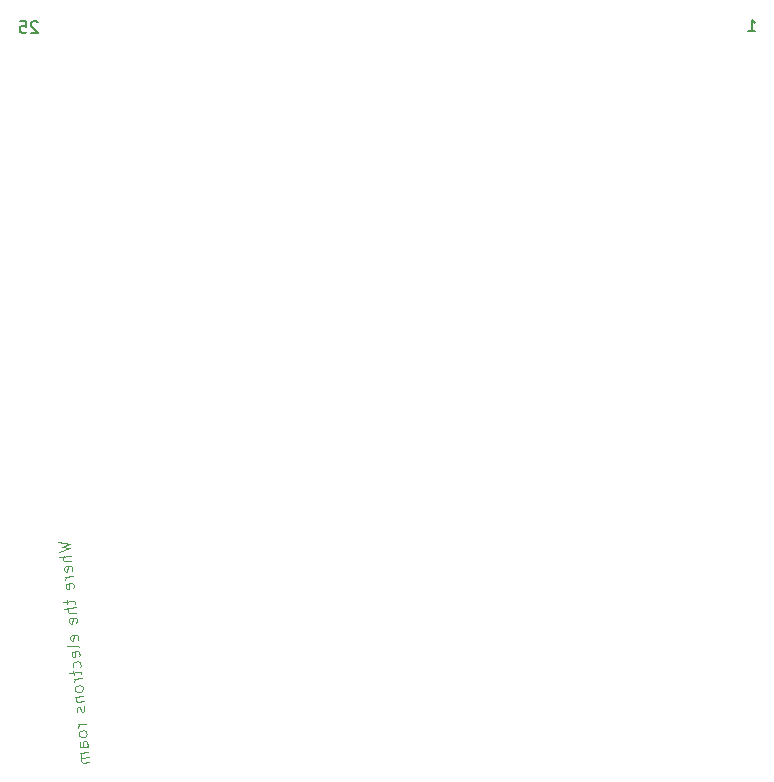
<source format=gbr>
%TF.GenerationSoftware,KiCad,Pcbnew,(7.0.0)*%
%TF.CreationDate,2023-08-05T12:50:32+01:00*%
%TF.ProjectId,DataIOTest,44617461-494f-4546-9573-742e6b696361,rev?*%
%TF.SameCoordinates,Original*%
%TF.FileFunction,Legend,Bot*%
%TF.FilePolarity,Positive*%
%FSLAX46Y46*%
G04 Gerber Fmt 4.6, Leading zero omitted, Abs format (unit mm)*
G04 Created by KiCad (PCBNEW (7.0.0)) date 2023-08-05 12:50:32*
%MOMM*%
%LPD*%
G01*
G04 APERTURE LIST*
%ADD10C,0.100000*%
%ADD11C,0.200000*%
G04 APERTURE END LIST*
D10*
X98368373Y-109896466D02*
X99385319Y-110046500D01*
X99385319Y-110046500D02*
X98690353Y-110298505D01*
X98690353Y-110298505D02*
X99418522Y-110426002D01*
X99418522Y-110426002D02*
X98443078Y-110750347D01*
X99472475Y-111042694D02*
X98476280Y-111129850D01*
X99509828Y-111469635D02*
X98988011Y-111515288D01*
X98988011Y-111515288D02*
X98888985Y-111476150D01*
X98888985Y-111476150D02*
X98833247Y-111385425D01*
X98833247Y-111385425D02*
X98820796Y-111243111D01*
X98820796Y-111243111D02*
X98859933Y-111144086D01*
X98859933Y-111144086D02*
X98903221Y-111092497D01*
X99537095Y-112327666D02*
X99576232Y-112228640D01*
X99576232Y-112228640D02*
X99559631Y-112038889D01*
X99559631Y-112038889D02*
X99503893Y-111948163D01*
X99503893Y-111948163D02*
X99404867Y-111909026D01*
X99404867Y-111909026D02*
X99025364Y-111942228D01*
X99025364Y-111942228D02*
X98934638Y-111997967D01*
X98934638Y-111997967D02*
X98895501Y-112096993D01*
X98895501Y-112096993D02*
X98912102Y-112286744D01*
X98912102Y-112286744D02*
X98967841Y-112377470D01*
X98967841Y-112377470D02*
X99066867Y-112416607D01*
X99066867Y-112416607D02*
X99161742Y-112408306D01*
X99161742Y-112408306D02*
X99215115Y-111925627D01*
X99626035Y-112797895D02*
X98961905Y-112855998D01*
X99151657Y-112839397D02*
X99060931Y-112895136D01*
X99060931Y-112895136D02*
X99017644Y-112946724D01*
X99017644Y-112946724D02*
X98978507Y-113045750D01*
X98978507Y-113045750D02*
X98986807Y-113140625D01*
X99665753Y-113798240D02*
X99704891Y-113699214D01*
X99704891Y-113699214D02*
X99688289Y-113509463D01*
X99688289Y-113509463D02*
X99632551Y-113418737D01*
X99632551Y-113418737D02*
X99533525Y-113379600D01*
X99533525Y-113379600D02*
X99154022Y-113412802D01*
X99154022Y-113412802D02*
X99063297Y-113468540D01*
X99063297Y-113468540D02*
X99024160Y-113567566D01*
X99024160Y-113567566D02*
X99040761Y-113757318D01*
X99040761Y-113757318D02*
X99096499Y-113848043D01*
X99096499Y-113848043D02*
X99195525Y-113887180D01*
X99195525Y-113887180D02*
X99290401Y-113878880D01*
X99290401Y-113878880D02*
X99343774Y-113396201D01*
X99130407Y-114781975D02*
X99163609Y-115161478D01*
X98810793Y-114953341D02*
X99664674Y-114878636D01*
X99664674Y-114878636D02*
X99763700Y-114917773D01*
X99763700Y-114917773D02*
X99819438Y-115008499D01*
X99819438Y-115008499D02*
X99827739Y-115103374D01*
X99856791Y-115435440D02*
X98860596Y-115522595D01*
X99894143Y-115862380D02*
X99372327Y-115908033D01*
X99372327Y-115908033D02*
X99273301Y-115868896D01*
X99273301Y-115868896D02*
X99217562Y-115778170D01*
X99217562Y-115778170D02*
X99205112Y-115635857D01*
X99205112Y-115635857D02*
X99244249Y-115536831D01*
X99244249Y-115536831D02*
X99287536Y-115485243D01*
X99921410Y-116720412D02*
X99960547Y-116621386D01*
X99960547Y-116621386D02*
X99943946Y-116431634D01*
X99943946Y-116431634D02*
X99888208Y-116340909D01*
X99888208Y-116340909D02*
X99789182Y-116301772D01*
X99789182Y-116301772D02*
X99409679Y-116334974D01*
X99409679Y-116334974D02*
X99318954Y-116390712D01*
X99318954Y-116390712D02*
X99279817Y-116489738D01*
X99279817Y-116489738D02*
X99296418Y-116679490D01*
X99296418Y-116679490D02*
X99352156Y-116770215D01*
X99352156Y-116770215D02*
X99451182Y-116809352D01*
X99451182Y-116809352D02*
X99546058Y-116801052D01*
X99546058Y-116801052D02*
X99599431Y-116318373D01*
X100048408Y-118172010D02*
X100087546Y-118072984D01*
X100087546Y-118072984D02*
X100070945Y-117883232D01*
X100070945Y-117883232D02*
X100015206Y-117792507D01*
X100015206Y-117792507D02*
X99916180Y-117753370D01*
X99916180Y-117753370D02*
X99536678Y-117786572D01*
X99536678Y-117786572D02*
X99445952Y-117842310D01*
X99445952Y-117842310D02*
X99406815Y-117941336D01*
X99406815Y-117941336D02*
X99423416Y-118131088D01*
X99423416Y-118131088D02*
X99479154Y-118221813D01*
X99479154Y-118221813D02*
X99578180Y-118260950D01*
X99578180Y-118260950D02*
X99673056Y-118252650D01*
X99673056Y-118252650D02*
X99726429Y-117769971D01*
X100149800Y-118784552D02*
X100094062Y-118693826D01*
X100094062Y-118693826D02*
X99995036Y-118654689D01*
X99995036Y-118654689D02*
X99141154Y-118729394D01*
X100168766Y-119547708D02*
X100207904Y-119448682D01*
X100207904Y-119448682D02*
X100191303Y-119258931D01*
X100191303Y-119258931D02*
X100135564Y-119168205D01*
X100135564Y-119168205D02*
X100036538Y-119129068D01*
X100036538Y-119129068D02*
X99657036Y-119162270D01*
X99657036Y-119162270D02*
X99566310Y-119218008D01*
X99566310Y-119218008D02*
X99527173Y-119317034D01*
X99527173Y-119317034D02*
X99543774Y-119506786D01*
X99543774Y-119506786D02*
X99599512Y-119597511D01*
X99599512Y-119597511D02*
X99698538Y-119636648D01*
X99698538Y-119636648D02*
X99793414Y-119628348D01*
X99793414Y-119628348D02*
X99846787Y-119145669D01*
X100247622Y-120449027D02*
X100286759Y-120350001D01*
X100286759Y-120350001D02*
X100270158Y-120160250D01*
X100270158Y-120160250D02*
X100214420Y-120069524D01*
X100214420Y-120069524D02*
X100162831Y-120026237D01*
X100162831Y-120026237D02*
X100063805Y-119987099D01*
X100063805Y-119987099D02*
X99779178Y-120012001D01*
X99779178Y-120012001D02*
X99688453Y-120067739D01*
X99688453Y-120067739D02*
X99645165Y-120119328D01*
X99645165Y-120119328D02*
X99606028Y-120218353D01*
X99606028Y-120218353D02*
X99622629Y-120408105D01*
X99622629Y-120408105D02*
X99678368Y-120498830D01*
X99655831Y-120787608D02*
X99689034Y-121167110D01*
X99336217Y-120958973D02*
X100190098Y-120884268D01*
X100190098Y-120884268D02*
X100289124Y-120923406D01*
X100289124Y-120923406D02*
X100344863Y-121014131D01*
X100344863Y-121014131D02*
X100353163Y-121109007D01*
X100382215Y-121441072D02*
X99718086Y-121499176D01*
X99907837Y-121482575D02*
X99817111Y-121538313D01*
X99817111Y-121538313D02*
X99773824Y-121589901D01*
X99773824Y-121589901D02*
X99734687Y-121688927D01*
X99734687Y-121688927D02*
X99742987Y-121783803D01*
X100448620Y-122200078D02*
X100392881Y-122109352D01*
X100392881Y-122109352D02*
X100341293Y-122066065D01*
X100341293Y-122066065D02*
X100242267Y-122026928D01*
X100242267Y-122026928D02*
X99957640Y-122051829D01*
X99957640Y-122051829D02*
X99866915Y-122107568D01*
X99866915Y-122107568D02*
X99823627Y-122159156D01*
X99823627Y-122159156D02*
X99784490Y-122258182D01*
X99784490Y-122258182D02*
X99796941Y-122400495D01*
X99796941Y-122400495D02*
X99852679Y-122491221D01*
X99852679Y-122491221D02*
X99904267Y-122534508D01*
X99904267Y-122534508D02*
X100003293Y-122573645D01*
X100003293Y-122573645D02*
X100287920Y-122548744D01*
X100287920Y-122548744D02*
X100378646Y-122493005D01*
X100378646Y-122493005D02*
X100421933Y-122441417D01*
X100421933Y-122441417D02*
X100461071Y-122342391D01*
X100461071Y-122342391D02*
X100448620Y-122200078D01*
X99850894Y-123017187D02*
X100515024Y-122959083D01*
X99945770Y-123008887D02*
X99902482Y-123060475D01*
X99902482Y-123060475D02*
X99863345Y-123159501D01*
X99863345Y-123159501D02*
X99875796Y-123301814D01*
X99875796Y-123301814D02*
X99931534Y-123392540D01*
X99931534Y-123392540D02*
X100030560Y-123431677D01*
X100030560Y-123431677D02*
X100552377Y-123386024D01*
X100542291Y-123817115D02*
X100598030Y-123907840D01*
X100598030Y-123907840D02*
X100614631Y-124097592D01*
X100614631Y-124097592D02*
X100575493Y-124196618D01*
X100575493Y-124196618D02*
X100484768Y-124252356D01*
X100484768Y-124252356D02*
X100437330Y-124256506D01*
X100437330Y-124256506D02*
X100338304Y-124217369D01*
X100338304Y-124217369D02*
X100282566Y-124126644D01*
X100282566Y-124126644D02*
X100270115Y-123984330D01*
X100270115Y-123984330D02*
X100214377Y-123893605D01*
X100214377Y-123893605D02*
X100115351Y-123854467D01*
X100115351Y-123854467D02*
X100067913Y-123858618D01*
X100067913Y-123858618D02*
X99977187Y-123914356D01*
X99977187Y-123914356D02*
X99938050Y-124013382D01*
X99938050Y-124013382D02*
X99950501Y-124155696D01*
X99950501Y-124155696D02*
X100006239Y-124246421D01*
X100716727Y-125264563D02*
X100052598Y-125322667D01*
X100242349Y-125306066D02*
X100151624Y-125361804D01*
X100151624Y-125361804D02*
X100108336Y-125413392D01*
X100108336Y-125413392D02*
X100069199Y-125512418D01*
X100069199Y-125512418D02*
X100077499Y-125607294D01*
X100783132Y-126023569D02*
X100727393Y-125932843D01*
X100727393Y-125932843D02*
X100675805Y-125889556D01*
X100675805Y-125889556D02*
X100576779Y-125850418D01*
X100576779Y-125850418D02*
X100292152Y-125875320D01*
X100292152Y-125875320D02*
X100201427Y-125931058D01*
X100201427Y-125931058D02*
X100158139Y-125982647D01*
X100158139Y-125982647D02*
X100119002Y-126081673D01*
X100119002Y-126081673D02*
X100131453Y-126223986D01*
X100131453Y-126223986D02*
X100187191Y-126314712D01*
X100187191Y-126314712D02*
X100238779Y-126357999D01*
X100238779Y-126357999D02*
X100337805Y-126397136D01*
X100337805Y-126397136D02*
X100622432Y-126372235D01*
X100622432Y-126372235D02*
X100713158Y-126316496D01*
X100713158Y-126316496D02*
X100756445Y-126264908D01*
X100756445Y-126264908D02*
X100795583Y-126165882D01*
X100795583Y-126165882D02*
X100783132Y-126023569D01*
X100886889Y-127209515D02*
X100365072Y-127255168D01*
X100365072Y-127255168D02*
X100266046Y-127216031D01*
X100266046Y-127216031D02*
X100210308Y-127125305D01*
X100210308Y-127125305D02*
X100193707Y-126935554D01*
X100193707Y-126935554D02*
X100232844Y-126836528D01*
X100839451Y-127213665D02*
X100878588Y-127114639D01*
X100878588Y-127114639D02*
X100857837Y-126877450D01*
X100857837Y-126877450D02*
X100802098Y-126786725D01*
X100802098Y-126786725D02*
X100703072Y-126747587D01*
X100703072Y-126747587D02*
X100608197Y-126755888D01*
X100608197Y-126755888D02*
X100517471Y-126811626D01*
X100517471Y-126811626D02*
X100478334Y-126910652D01*
X100478334Y-126910652D02*
X100499085Y-127147841D01*
X100499085Y-127147841D02*
X100459948Y-127246867D01*
X100928391Y-127683893D02*
X100264262Y-127741997D01*
X100359137Y-127733697D02*
X100315850Y-127785285D01*
X100315850Y-127785285D02*
X100276712Y-127884311D01*
X100276712Y-127884311D02*
X100289163Y-128026624D01*
X100289163Y-128026624D02*
X100344902Y-128117350D01*
X100344902Y-128117350D02*
X100443928Y-128156487D01*
X100443928Y-128156487D02*
X100965744Y-128110834D01*
X100443928Y-128156487D02*
X100353202Y-128212225D01*
X100353202Y-128212225D02*
X100314065Y-128311251D01*
X100314065Y-128311251D02*
X100326516Y-128453565D01*
X100326516Y-128453565D02*
X100382254Y-128544290D01*
X100382254Y-128544290D02*
X100481280Y-128583428D01*
X100481280Y-128583428D02*
X101003096Y-128537775D01*
D11*
%TO.C,J5*%
X156813285Y-66661380D02*
X157384713Y-66661380D01*
X157098999Y-66661380D02*
X157098999Y-65661380D01*
X157098999Y-65661380D02*
X157194237Y-65804238D01*
X157194237Y-65804238D02*
X157289475Y-65899476D01*
X157289475Y-65899476D02*
X157384713Y-65947095D01*
X96646904Y-65883619D02*
X96599285Y-65836000D01*
X96599285Y-65836000D02*
X96504047Y-65788380D01*
X96504047Y-65788380D02*
X96265952Y-65788380D01*
X96265952Y-65788380D02*
X96170714Y-65836000D01*
X96170714Y-65836000D02*
X96123095Y-65883619D01*
X96123095Y-65883619D02*
X96075476Y-65978857D01*
X96075476Y-65978857D02*
X96075476Y-66074095D01*
X96075476Y-66074095D02*
X96123095Y-66216952D01*
X96123095Y-66216952D02*
X96694523Y-66788380D01*
X96694523Y-66788380D02*
X96075476Y-66788380D01*
X95170714Y-65788380D02*
X95646904Y-65788380D01*
X95646904Y-65788380D02*
X95694523Y-66264571D01*
X95694523Y-66264571D02*
X95646904Y-66216952D01*
X95646904Y-66216952D02*
X95551666Y-66169333D01*
X95551666Y-66169333D02*
X95313571Y-66169333D01*
X95313571Y-66169333D02*
X95218333Y-66216952D01*
X95218333Y-66216952D02*
X95170714Y-66264571D01*
X95170714Y-66264571D02*
X95123095Y-66359809D01*
X95123095Y-66359809D02*
X95123095Y-66597904D01*
X95123095Y-66597904D02*
X95170714Y-66693142D01*
X95170714Y-66693142D02*
X95218333Y-66740761D01*
X95218333Y-66740761D02*
X95313571Y-66788380D01*
X95313571Y-66788380D02*
X95551666Y-66788380D01*
X95551666Y-66788380D02*
X95646904Y-66740761D01*
X95646904Y-66740761D02*
X95694523Y-66693142D01*
%TD*%
M02*

</source>
